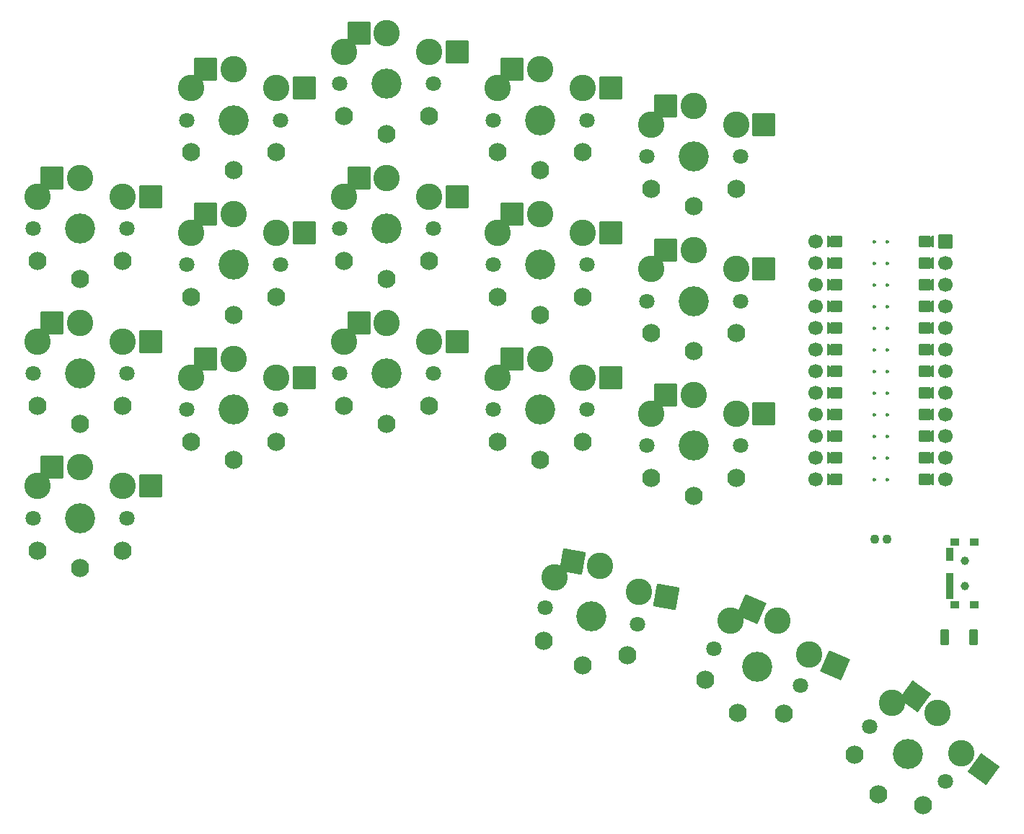
<source format=gbr>
%TF.GenerationSoftware,KiCad,Pcbnew,6.0.5*%
%TF.CreationDate,2022-05-30T20:25:03+02:00*%
%TF.ProjectId,main,6d61696e-2e6b-4696-9361-645f70636258,v1.0.0*%
%TF.SameCoordinates,Original*%
%TF.FileFunction,Soldermask,Bot*%
%TF.FilePolarity,Negative*%
%FSLAX46Y46*%
G04 Gerber Fmt 4.6, Leading zero omitted, Abs format (unit mm)*
G04 Created by KiCad (PCBNEW 6.0.5) date 2022-05-30 20:25:03*
%MOMM*%
%LPD*%
G01*
G04 APERTURE LIST*
G04 Aperture macros list*
%AMRoundRect*
0 Rectangle with rounded corners*
0 $1 Rounding radius*
0 $2 $3 $4 $5 $6 $7 $8 $9 X,Y pos of 4 corners*
0 Add a 4 corners polygon primitive as box body*
4,1,4,$2,$3,$4,$5,$6,$7,$8,$9,$2,$3,0*
0 Add four circle primitives for the rounded corners*
1,1,$1+$1,$2,$3*
1,1,$1+$1,$4,$5*
1,1,$1+$1,$6,$7*
1,1,$1+$1,$8,$9*
0 Add four rect primitives between the rounded corners*
20,1,$1+$1,$2,$3,$4,$5,0*
20,1,$1+$1,$4,$5,$6,$7,0*
20,1,$1+$1,$6,$7,$8,$9,0*
20,1,$1+$1,$8,$9,$2,$3,0*%
%AMFreePoly0*
4,1,16,0.635355,1.035355,0.650000,1.000000,0.650000,-0.250000,0.635355,-0.285355,0.600000,-0.300000,-0.600000,-0.300000,-0.635355,-0.285355,-0.650000,-0.250000,-0.650000,1.000000,-0.635355,1.035355,-0.600000,1.050000,-0.564645,1.035355,0.000000,0.470710,0.564645,1.035355,0.600000,1.050000,0.635355,1.035355,0.635355,1.035355,$1*%
%AMFreePoly1*
4,1,14,0.635355,0.435355,0.650000,0.400000,0.650000,0.200000,0.635355,0.164645,0.035355,-0.435355,0.000000,-0.450000,-0.035355,-0.435355,-0.635355,0.164645,-0.650000,0.200000,-0.650000,0.400000,-0.635355,0.435355,-0.600000,0.450000,0.600000,0.450000,0.635355,0.435355,0.635355,0.435355,$1*%
G04 Aperture macros list end*
%ADD10C,0.250000*%
%ADD11C,0.100000*%
%ADD12C,3.529000*%
%ADD13C,1.801800*%
%ADD14C,2.132000*%
%ADD15C,3.100000*%
%ADD16RoundRect,0.050000X-1.300000X-1.300000X1.300000X-1.300000X1.300000X1.300000X-1.300000X1.300000X0*%
%ADD17RoundRect,0.050000X-1.505993X-1.054507X1.054507X-1.505993X1.505993X1.054507X-1.054507X1.505993X0*%
%ADD18RoundRect,0.050000X-1.704607X-0.688706X0.688706X-1.704607X1.704607X0.688706X-0.688706X1.704607X0*%
%ADD19RoundRect,0.050000X-1.815843X-0.287601X0.287601X-1.815843X1.815843X0.287601X-0.287601X1.815843X0*%
%ADD20C,1.700000*%
%ADD21RoundRect,0.050000X-0.800000X0.800000X-0.800000X-0.800000X0.800000X-0.800000X0.800000X0.800000X0*%
%ADD22FreePoly0,90.000000*%
%ADD23FreePoly1,90.000000*%
%ADD24FreePoly1,270.000000*%
%ADD25FreePoly0,270.000000*%
%ADD26C,1.100000*%
%ADD27C,1.000000*%
%ADD28RoundRect,0.050000X-0.350000X-0.750000X0.350000X-0.750000X0.350000X0.750000X-0.350000X0.750000X0*%
%ADD29RoundRect,0.050000X-0.500000X-0.400000X0.500000X-0.400000X0.500000X0.400000X-0.500000X0.400000X0*%
%ADD30RoundRect,0.050000X-0.450000X-0.850000X0.450000X-0.850000X0.450000X0.850000X-0.450000X0.850000X0*%
G04 APERTURE END LIST*
D10*
%TO.C,MCU1*%
X111363000Y4530000D02*
G75*
G03*
X111363000Y4530000I-125000J0D01*
G01*
X112887000Y4530000D02*
G75*
G03*
X112887000Y4530000I-125000J0D01*
G01*
X111363000Y7070000D02*
G75*
G03*
X111363000Y7070000I-125000J0D01*
G01*
X112887000Y7070000D02*
G75*
G03*
X112887000Y7070000I-125000J0D01*
G01*
X111363000Y9610000D02*
G75*
G03*
X111363000Y9610000I-125000J0D01*
G01*
X112887000Y9610000D02*
G75*
G03*
X112887000Y9610000I-125000J0D01*
G01*
X111363000Y12150000D02*
G75*
G03*
X111363000Y12150000I-125000J0D01*
G01*
X112887000Y12150000D02*
G75*
G03*
X112887000Y12150000I-125000J0D01*
G01*
X111363000Y14690000D02*
G75*
G03*
X111363000Y14690000I-125000J0D01*
G01*
X112887000Y14690000D02*
G75*
G03*
X112887000Y14690000I-125000J0D01*
G01*
X111363000Y17230000D02*
G75*
G03*
X111363000Y17230000I-125000J0D01*
G01*
X112887000Y17230000D02*
G75*
G03*
X112887000Y17230000I-125000J0D01*
G01*
X111363000Y19770000D02*
G75*
G03*
X111363000Y19770000I-125000J0D01*
G01*
X112887000Y19770000D02*
G75*
G03*
X112887000Y19770000I-125000J0D01*
G01*
X111363000Y22310000D02*
G75*
G03*
X111363000Y22310000I-125000J0D01*
G01*
X112887000Y22310000D02*
G75*
G03*
X112887000Y22310000I-125000J0D01*
G01*
X111363000Y24850000D02*
G75*
G03*
X111363000Y24850000I-125000J0D01*
G01*
X112887000Y24850000D02*
G75*
G03*
X112887000Y24850000I-125000J0D01*
G01*
X111363000Y27390000D02*
G75*
G03*
X111363000Y27390000I-125000J0D01*
G01*
X112887000Y27390000D02*
G75*
G03*
X112887000Y27390000I-125000J0D01*
G01*
X112887000Y29930000D02*
G75*
G03*
X112887000Y29930000I-125000J0D01*
G01*
X111363000Y29930000D02*
G75*
G03*
X111363000Y29930000I-125000J0D01*
G01*
X111363000Y32470000D02*
G75*
G03*
X111363000Y32470000I-125000J0D01*
G01*
X112887000Y32470000D02*
G75*
G03*
X112887000Y32470000I-125000J0D01*
G01*
G36*
X118096000Y4022000D02*
G01*
X117080000Y4022000D01*
X117080000Y5038000D01*
X118096000Y5038000D01*
X118096000Y4022000D01*
G37*
D11*
X118096000Y4022000D02*
X117080000Y4022000D01*
X117080000Y5038000D01*
X118096000Y5038000D01*
X118096000Y4022000D01*
G36*
X118096000Y6562000D02*
G01*
X117080000Y6562000D01*
X117080000Y7578000D01*
X118096000Y7578000D01*
X118096000Y6562000D01*
G37*
X118096000Y6562000D02*
X117080000Y6562000D01*
X117080000Y7578000D01*
X118096000Y7578000D01*
X118096000Y6562000D01*
G36*
X118096000Y9102000D02*
G01*
X117080000Y9102000D01*
X117080000Y10118000D01*
X118096000Y10118000D01*
X118096000Y9102000D01*
G37*
X118096000Y9102000D02*
X117080000Y9102000D01*
X117080000Y10118000D01*
X118096000Y10118000D01*
X118096000Y9102000D01*
G36*
X118096000Y11642000D02*
G01*
X117080000Y11642000D01*
X117080000Y12658000D01*
X118096000Y12658000D01*
X118096000Y11642000D01*
G37*
X118096000Y11642000D02*
X117080000Y11642000D01*
X117080000Y12658000D01*
X118096000Y12658000D01*
X118096000Y11642000D01*
G36*
X118096000Y14182000D02*
G01*
X117080000Y14182000D01*
X117080000Y15198000D01*
X118096000Y15198000D01*
X118096000Y14182000D01*
G37*
X118096000Y14182000D02*
X117080000Y14182000D01*
X117080000Y15198000D01*
X118096000Y15198000D01*
X118096000Y14182000D01*
G36*
X118096000Y16722000D02*
G01*
X117080000Y16722000D01*
X117080000Y17738000D01*
X118096000Y17738000D01*
X118096000Y16722000D01*
G37*
X118096000Y16722000D02*
X117080000Y16722000D01*
X117080000Y17738000D01*
X118096000Y17738000D01*
X118096000Y16722000D01*
G36*
X118096000Y19262000D02*
G01*
X117080000Y19262000D01*
X117080000Y20278000D01*
X118096000Y20278000D01*
X118096000Y19262000D01*
G37*
X118096000Y19262000D02*
X117080000Y19262000D01*
X117080000Y20278000D01*
X118096000Y20278000D01*
X118096000Y19262000D01*
G36*
X118096000Y21802000D02*
G01*
X117080000Y21802000D01*
X117080000Y22818000D01*
X118096000Y22818000D01*
X118096000Y21802000D01*
G37*
X118096000Y21802000D02*
X117080000Y21802000D01*
X117080000Y22818000D01*
X118096000Y22818000D01*
X118096000Y21802000D01*
G36*
X118096000Y24342000D02*
G01*
X117080000Y24342000D01*
X117080000Y25358000D01*
X118096000Y25358000D01*
X118096000Y24342000D01*
G37*
X118096000Y24342000D02*
X117080000Y24342000D01*
X117080000Y25358000D01*
X118096000Y25358000D01*
X118096000Y24342000D01*
G36*
X118096000Y26882000D02*
G01*
X117080000Y26882000D01*
X117080000Y27898000D01*
X118096000Y27898000D01*
X118096000Y26882000D01*
G37*
X118096000Y26882000D02*
X117080000Y26882000D01*
X117080000Y27898000D01*
X118096000Y27898000D01*
X118096000Y26882000D01*
G36*
X118096000Y29422000D02*
G01*
X117080000Y29422000D01*
X117080000Y30438000D01*
X118096000Y30438000D01*
X118096000Y29422000D01*
G37*
X118096000Y29422000D02*
X117080000Y29422000D01*
X117080000Y30438000D01*
X118096000Y30438000D01*
X118096000Y29422000D01*
G36*
X118096000Y31962000D02*
G01*
X117080000Y31962000D01*
X117080000Y32978000D01*
X118096000Y32978000D01*
X118096000Y31962000D01*
G37*
X118096000Y31962000D02*
X117080000Y31962000D01*
X117080000Y32978000D01*
X118096000Y32978000D01*
X118096000Y31962000D01*
G36*
X106920000Y4022000D02*
G01*
X105904000Y4022000D01*
X105904000Y5038000D01*
X106920000Y5038000D01*
X106920000Y4022000D01*
G37*
X106920000Y4022000D02*
X105904000Y4022000D01*
X105904000Y5038000D01*
X106920000Y5038000D01*
X106920000Y4022000D01*
G36*
X106920000Y6562000D02*
G01*
X105904000Y6562000D01*
X105904000Y7578000D01*
X106920000Y7578000D01*
X106920000Y6562000D01*
G37*
X106920000Y6562000D02*
X105904000Y6562000D01*
X105904000Y7578000D01*
X106920000Y7578000D01*
X106920000Y6562000D01*
G36*
X106920000Y9102000D02*
G01*
X105904000Y9102000D01*
X105904000Y10118000D01*
X106920000Y10118000D01*
X106920000Y9102000D01*
G37*
X106920000Y9102000D02*
X105904000Y9102000D01*
X105904000Y10118000D01*
X106920000Y10118000D01*
X106920000Y9102000D01*
G36*
X106920000Y11642000D02*
G01*
X105904000Y11642000D01*
X105904000Y12658000D01*
X106920000Y12658000D01*
X106920000Y11642000D01*
G37*
X106920000Y11642000D02*
X105904000Y11642000D01*
X105904000Y12658000D01*
X106920000Y12658000D01*
X106920000Y11642000D01*
G36*
X106920000Y14182000D02*
G01*
X105904000Y14182000D01*
X105904000Y15198000D01*
X106920000Y15198000D01*
X106920000Y14182000D01*
G37*
X106920000Y14182000D02*
X105904000Y14182000D01*
X105904000Y15198000D01*
X106920000Y15198000D01*
X106920000Y14182000D01*
G36*
X106920000Y16722000D02*
G01*
X105904000Y16722000D01*
X105904000Y17738000D01*
X106920000Y17738000D01*
X106920000Y16722000D01*
G37*
X106920000Y16722000D02*
X105904000Y16722000D01*
X105904000Y17738000D01*
X106920000Y17738000D01*
X106920000Y16722000D01*
G36*
X106920000Y19262000D02*
G01*
X105904000Y19262000D01*
X105904000Y20278000D01*
X106920000Y20278000D01*
X106920000Y19262000D01*
G37*
X106920000Y19262000D02*
X105904000Y19262000D01*
X105904000Y20278000D01*
X106920000Y20278000D01*
X106920000Y19262000D01*
G36*
X106920000Y21802000D02*
G01*
X105904000Y21802000D01*
X105904000Y22818000D01*
X106920000Y22818000D01*
X106920000Y21802000D01*
G37*
X106920000Y21802000D02*
X105904000Y21802000D01*
X105904000Y22818000D01*
X106920000Y22818000D01*
X106920000Y21802000D01*
G36*
X106920000Y24342000D02*
G01*
X105904000Y24342000D01*
X105904000Y25358000D01*
X106920000Y25358000D01*
X106920000Y24342000D01*
G37*
X106920000Y24342000D02*
X105904000Y24342000D01*
X105904000Y25358000D01*
X106920000Y25358000D01*
X106920000Y24342000D01*
G36*
X106920000Y26882000D02*
G01*
X105904000Y26882000D01*
X105904000Y27898000D01*
X106920000Y27898000D01*
X106920000Y26882000D01*
G37*
X106920000Y26882000D02*
X105904000Y26882000D01*
X105904000Y27898000D01*
X106920000Y27898000D01*
X106920000Y26882000D01*
G36*
X106920000Y29422000D02*
G01*
X105904000Y29422000D01*
X105904000Y30438000D01*
X106920000Y30438000D01*
X106920000Y29422000D01*
G37*
X106920000Y29422000D02*
X105904000Y29422000D01*
X105904000Y30438000D01*
X106920000Y30438000D01*
X106920000Y29422000D01*
G36*
X106920000Y31962000D02*
G01*
X105904000Y31962000D01*
X105904000Y32978000D01*
X106920000Y32978000D01*
X106920000Y31962000D01*
G37*
X106920000Y31962000D02*
X105904000Y31962000D01*
X105904000Y32978000D01*
X106920000Y32978000D01*
X106920000Y31962000D01*
%TD*%
D12*
%TO.C,S1*%
X18000000Y0D03*
D13*
X12500000Y0D03*
X23500000Y0D03*
D14*
X13000000Y-3800000D03*
X18000000Y-5900000D03*
X23000000Y-3800000D03*
X18000000Y-5900000D03*
%TD*%
D12*
%TO.C,S2*%
X18000000Y0D03*
D13*
X23500000Y0D03*
X12500000Y0D03*
D15*
X23000000Y3750000D03*
X18000000Y5950000D03*
D16*
X14725000Y5950000D03*
X26275000Y3750000D03*
D15*
X13000000Y3750000D03*
X18000000Y5950000D03*
%TD*%
D12*
%TO.C,S3*%
X18000000Y17000000D03*
D13*
X12500000Y17000000D03*
X23500000Y17000000D03*
D14*
X13000000Y13200000D03*
X18000000Y11100000D03*
X23000000Y13200000D03*
X18000000Y11100000D03*
%TD*%
D12*
%TO.C,S4*%
X18000000Y17000000D03*
D13*
X23500000Y17000000D03*
X12500000Y17000000D03*
D15*
X23000000Y20750000D03*
X18000000Y22950000D03*
D16*
X14725000Y22950000D03*
X26275000Y20750000D03*
D15*
X13000000Y20750000D03*
X18000000Y22950000D03*
%TD*%
D12*
%TO.C,S5*%
X18000000Y34000000D03*
D13*
X12500000Y34000000D03*
X23500000Y34000000D03*
D14*
X13000000Y30200000D03*
X18000000Y28100000D03*
X23000000Y30200000D03*
X18000000Y28100000D03*
%TD*%
D12*
%TO.C,S6*%
X18000000Y34000000D03*
D13*
X23500000Y34000000D03*
X12500000Y34000000D03*
D15*
X23000000Y37750000D03*
X18000000Y39950000D03*
D16*
X14725000Y39950000D03*
X26275000Y37750000D03*
D15*
X13000000Y37750000D03*
X18000000Y39950000D03*
%TD*%
D12*
%TO.C,S7*%
X36000000Y12750000D03*
D13*
X30500000Y12750000D03*
X41500000Y12750000D03*
D14*
X31000000Y8950000D03*
X36000000Y6850000D03*
X41000000Y8950000D03*
X36000000Y6850000D03*
%TD*%
D12*
%TO.C,S8*%
X36000000Y12750000D03*
D13*
X41500000Y12750000D03*
X30500000Y12750000D03*
D15*
X41000000Y16500000D03*
X36000000Y18700000D03*
D16*
X32725000Y18700000D03*
X44275000Y16500000D03*
D15*
X31000000Y16500000D03*
X36000000Y18700000D03*
%TD*%
D12*
%TO.C,S9*%
X36000000Y29750000D03*
D13*
X30500000Y29750000D03*
X41500000Y29750000D03*
D14*
X31000000Y25950000D03*
X36000000Y23850000D03*
X41000000Y25950000D03*
X36000000Y23850000D03*
%TD*%
D12*
%TO.C,S10*%
X36000000Y29750000D03*
D13*
X41500000Y29750000D03*
X30500000Y29750000D03*
D15*
X41000000Y33500000D03*
X36000000Y35700000D03*
D16*
X32725000Y35700000D03*
X44275000Y33500000D03*
D15*
X31000000Y33500000D03*
X36000000Y35700000D03*
%TD*%
D12*
%TO.C,S11*%
X36000000Y46750000D03*
D13*
X30500000Y46750000D03*
X41500000Y46750000D03*
D14*
X31000000Y42950000D03*
X36000000Y40850000D03*
X41000000Y42950000D03*
X36000000Y40850000D03*
%TD*%
D12*
%TO.C,S12*%
X36000000Y46750000D03*
D13*
X41500000Y46750000D03*
X30500000Y46750000D03*
D15*
X41000000Y50500000D03*
X36000000Y52700000D03*
D16*
X32725000Y52700000D03*
X44275000Y50500000D03*
D15*
X31000000Y50500000D03*
X36000000Y52700000D03*
%TD*%
D12*
%TO.C,S13*%
X54000000Y17000000D03*
D13*
X48500000Y17000000D03*
X59500000Y17000000D03*
D14*
X49000000Y13200000D03*
X54000000Y11100000D03*
X59000000Y13200000D03*
X54000000Y11100000D03*
%TD*%
D12*
%TO.C,S14*%
X54000000Y17000000D03*
D13*
X59500000Y17000000D03*
X48500000Y17000000D03*
D15*
X59000000Y20750000D03*
X54000000Y22950000D03*
D16*
X50725000Y22950000D03*
X62275000Y20750000D03*
D15*
X49000000Y20750000D03*
X54000000Y22950000D03*
%TD*%
D12*
%TO.C,S15*%
X54000000Y34000000D03*
D13*
X48500000Y34000000D03*
X59500000Y34000000D03*
D14*
X49000000Y30200000D03*
X54000000Y28100000D03*
X59000000Y30200000D03*
X54000000Y28100000D03*
%TD*%
D12*
%TO.C,S16*%
X54000000Y34000000D03*
D13*
X59500000Y34000000D03*
X48500000Y34000000D03*
D15*
X59000000Y37750000D03*
X54000000Y39950000D03*
D16*
X50725000Y39950000D03*
X62275000Y37750000D03*
D15*
X49000000Y37750000D03*
X54000000Y39950000D03*
%TD*%
D12*
%TO.C,S17*%
X54000000Y51000000D03*
D13*
X48500000Y51000000D03*
X59500000Y51000000D03*
D14*
X49000000Y47200000D03*
X54000000Y45100000D03*
X59000000Y47200000D03*
X54000000Y45100000D03*
%TD*%
D12*
%TO.C,S18*%
X54000000Y51000000D03*
D13*
X59500000Y51000000D03*
X48500000Y51000000D03*
D15*
X59000000Y54750000D03*
X54000000Y56950000D03*
D16*
X50725000Y56950000D03*
X62275000Y54750000D03*
D15*
X49000000Y54750000D03*
X54000000Y56950000D03*
%TD*%
D12*
%TO.C,S19*%
X72000000Y12750000D03*
D13*
X66500000Y12750000D03*
X77500000Y12750000D03*
D14*
X67000000Y8950000D03*
X72000000Y6850000D03*
X77000000Y8950000D03*
X72000000Y6850000D03*
%TD*%
D12*
%TO.C,S20*%
X72000000Y12750000D03*
D13*
X77500000Y12750000D03*
X66500000Y12750000D03*
D15*
X77000000Y16500000D03*
X72000000Y18700000D03*
D16*
X68725000Y18700000D03*
X80275000Y16500000D03*
D15*
X67000000Y16500000D03*
X72000000Y18700000D03*
%TD*%
D12*
%TO.C,S21*%
X72000000Y29750000D03*
D13*
X66500000Y29750000D03*
X77500000Y29750000D03*
D14*
X67000000Y25950000D03*
X72000000Y23850000D03*
X77000000Y25950000D03*
X72000000Y23850000D03*
%TD*%
D12*
%TO.C,S22*%
X72000000Y29750000D03*
D13*
X77500000Y29750000D03*
X66500000Y29750000D03*
D15*
X77000000Y33500000D03*
X72000000Y35700000D03*
D16*
X68725000Y35700000D03*
X80275000Y33500000D03*
D15*
X67000000Y33500000D03*
X72000000Y35700000D03*
%TD*%
D14*
%TO.C,S23*%
X72000000Y40850000D03*
X77000000Y42950000D03*
X72000000Y40850000D03*
X67000000Y42950000D03*
D13*
X77500000Y46750000D03*
X66500000Y46750000D03*
D12*
X72000000Y46750000D03*
%TD*%
D15*
%TO.C,S24*%
X72000000Y52700000D03*
X67000000Y50500000D03*
D16*
X80275000Y50500000D03*
X68725000Y52700000D03*
D15*
X72000000Y52700000D03*
X77000000Y50500000D03*
D13*
X66500000Y46750000D03*
X77500000Y46750000D03*
D12*
X72000000Y46750000D03*
%TD*%
%TO.C,S25*%
X90000000Y8500000D03*
D13*
X84500000Y8500000D03*
X95500000Y8500000D03*
D14*
X85000000Y4700000D03*
X90000000Y2600000D03*
X95000000Y4700000D03*
X90000000Y2600000D03*
%TD*%
D12*
%TO.C,S26*%
X90000000Y8500000D03*
D13*
X95500000Y8500000D03*
X84500000Y8500000D03*
D15*
X95000000Y12250000D03*
X90000000Y14450000D03*
D16*
X86725000Y14450000D03*
X98275000Y12250000D03*
D15*
X85000000Y12250000D03*
X90000000Y14450000D03*
%TD*%
D12*
%TO.C,S27*%
X90000000Y25500000D03*
D13*
X84500000Y25500000D03*
X95500000Y25500000D03*
D14*
X85000000Y21700000D03*
X90000000Y19600000D03*
X95000000Y21700000D03*
X90000000Y19600000D03*
%TD*%
D12*
%TO.C,S28*%
X90000000Y25500000D03*
D13*
X95500000Y25500000D03*
X84500000Y25500000D03*
D15*
X95000000Y29250000D03*
X90000000Y31450000D03*
D16*
X86725000Y31450000D03*
X98275000Y29250000D03*
D15*
X85000000Y29250000D03*
X90000000Y31450000D03*
%TD*%
D12*
%TO.C,S29*%
X90000000Y42500000D03*
D13*
X84500000Y42500000D03*
X95500000Y42500000D03*
D14*
X85000000Y38700000D03*
X90000000Y36600000D03*
X95000000Y38700000D03*
X90000000Y36600000D03*
%TD*%
D12*
%TO.C,S30*%
X90000000Y42500000D03*
D13*
X95500000Y42500000D03*
X84500000Y42500000D03*
D15*
X95000000Y46250000D03*
X90000000Y48450000D03*
D16*
X86725000Y48450000D03*
X98275000Y46250000D03*
D15*
X85000000Y46250000D03*
X90000000Y48450000D03*
%TD*%
D12*
%TO.C,S31*%
X78000000Y-11500000D03*
D13*
X72583557Y-10544935D03*
X83416443Y-12455065D03*
D14*
X72416098Y-14374029D03*
X76975476Y-17310366D03*
X82264176Y-16110510D03*
X76975476Y-17310366D03*
%TD*%
D12*
%TO.C,S32*%
X78000000Y-11500000D03*
D13*
X83416443Y-12455065D03*
X72583557Y-10544935D03*
D15*
X83575219Y-8675212D03*
X79033207Y-5640394D03*
D17*
X75807961Y-5071696D03*
X86800465Y-9243910D03*
D15*
X73727142Y-6938730D03*
X79033207Y-5640394D03*
%TD*%
D12*
%TO.C,S33*%
X97508237Y-17478395D03*
D13*
X92445460Y-15329374D03*
X102571014Y-19627416D03*
D14*
X91420934Y-19022658D03*
X95202923Y-22909374D03*
X100625983Y-22929969D03*
X95202923Y-22909374D03*
%TD*%
D12*
%TO.C,S34*%
X97508237Y-17478395D03*
D13*
X102571014Y-19627416D03*
X92445460Y-15329374D03*
D15*
X103576003Y-15980157D03*
X99833087Y-12001391D03*
D18*
X96818434Y-10721747D03*
X106590656Y-17259802D03*
D15*
X94370954Y-12072846D03*
X99833087Y-12001391D03*
%TD*%
D12*
%TO.C,S35*%
X115171632Y-27691963D03*
D13*
X110722039Y-24459144D03*
X119621225Y-30924782D03*
D14*
X108892963Y-27827301D03*
X111703699Y-32465163D03*
X116983133Y-33705154D03*
X111703699Y-32465163D03*
%TD*%
D12*
%TO.C,S36*%
X115171632Y-27691963D03*
D13*
X119621225Y-30924782D03*
X110722039Y-24459144D03*
D15*
X121420912Y-27597076D03*
X118668954Y-22878312D03*
D19*
X116019424Y-20953315D03*
X124070442Y-29522072D03*
D15*
X113330742Y-21719223D03*
X118668954Y-22878312D03*
%TD*%
D20*
%TO.C,MCU1*%
X104380000Y32470000D03*
X104380000Y29930000D03*
X104380000Y27390000D03*
X104380000Y24850000D03*
X104380000Y22310000D03*
X104380000Y19770000D03*
X104380000Y17230000D03*
X104380000Y14690000D03*
X104380000Y12150000D03*
X104380000Y9610000D03*
X104380000Y7070000D03*
X104380000Y4530000D03*
X119620000Y4530000D03*
X119620000Y7070000D03*
X119620000Y9610000D03*
X119620000Y12150000D03*
X119620000Y14690000D03*
X119620000Y17230000D03*
X119620000Y19770000D03*
X119620000Y22310000D03*
X119620000Y24850000D03*
X119620000Y27390000D03*
X119620000Y29930000D03*
X119620000Y32470000D03*
D21*
X119620000Y32470000D03*
D22*
X107174000Y32470000D03*
D23*
X106158000Y32470000D03*
X106158000Y29930000D03*
D22*
X107174000Y29930000D03*
D23*
X106158000Y27390000D03*
D22*
X107174000Y27390000D03*
D23*
X106158000Y24850000D03*
D22*
X107174000Y24850000D03*
D23*
X106158000Y22310000D03*
D22*
X107174000Y22310000D03*
D23*
X106158000Y19770000D03*
D22*
X107174000Y19770000D03*
D23*
X106158000Y17230000D03*
D22*
X107174000Y17230000D03*
D23*
X106158000Y14690000D03*
D22*
X107174000Y14690000D03*
D23*
X106158000Y12150000D03*
D22*
X107174000Y12150000D03*
D23*
X106158000Y9610000D03*
D22*
X107174000Y9610000D03*
D23*
X106158000Y7070000D03*
D22*
X107174000Y7070000D03*
D23*
X106158000Y4530000D03*
D22*
X107174000Y4530000D03*
D24*
X117842000Y32470000D03*
D25*
X116826000Y32470000D03*
X116826000Y29930000D03*
D24*
X117842000Y29930000D03*
D25*
X116826000Y27390000D03*
D24*
X117842000Y27390000D03*
D25*
X116826000Y24850000D03*
D24*
X117842000Y24850000D03*
D25*
X116826000Y22310000D03*
D24*
X117842000Y22310000D03*
D25*
X116826000Y19770000D03*
D24*
X117842000Y19770000D03*
D25*
X116826000Y17230000D03*
D24*
X117842000Y17230000D03*
D25*
X116826000Y14690000D03*
D24*
X117842000Y14690000D03*
D25*
X116826000Y12150000D03*
D24*
X117842000Y12150000D03*
D25*
X116826000Y9610000D03*
D24*
X117842000Y9610000D03*
D25*
X116826000Y7070000D03*
D24*
X117842000Y7070000D03*
D25*
X116826000Y4530000D03*
D24*
X117842000Y4530000D03*
%TD*%
D26*
%TO.C,*%
X111250000Y-2500000D03*
X112750000Y-2500000D03*
%TD*%
D27*
%TO.C,*%
X121830000Y-8000000D03*
X121830000Y-5000000D03*
X121830000Y-8000000D03*
X121830000Y-5000000D03*
D28*
X120070000Y-4250000D03*
X120070000Y-7250000D03*
X120070000Y-8750000D03*
D29*
X122930000Y-2850000D03*
X122930000Y-10150000D03*
X120720000Y-10150000D03*
X120720000Y-2850000D03*
%TD*%
D30*
%TO.C,*%
X122929022Y-14000000D03*
X119529022Y-14000000D03*
%TD*%
M02*

</source>
